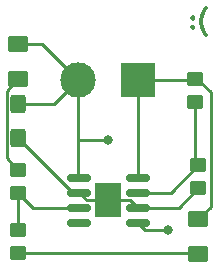
<source format=gbr>
%TF.GenerationSoftware,KiCad,Pcbnew,(6.0.10)*%
%TF.CreationDate,2023-02-16T14:38:27-08:00*%
%TF.ProjectId,lab4_ex2,6c616234-5f65-4783-922e-6b696361645f,rev?*%
%TF.SameCoordinates,Original*%
%TF.FileFunction,Copper,L1,Top*%
%TF.FilePolarity,Positive*%
%FSLAX46Y46*%
G04 Gerber Fmt 4.6, Leading zero omitted, Abs format (unit mm)*
G04 Created by KiCad (PCBNEW (6.0.10)) date 2023-02-16 14:38:27*
%MOMM*%
%LPD*%
G01*
G04 APERTURE LIST*
G04 Aperture macros list*
%AMRoundRect*
0 Rectangle with rounded corners*
0 $1 Rounding radius*
0 $2 $3 $4 $5 $6 $7 $8 $9 X,Y pos of 4 corners*
0 Add a 4 corners polygon primitive as box body*
4,1,4,$2,$3,$4,$5,$6,$7,$8,$9,$2,$3,0*
0 Add four circle primitives for the rounded corners*
1,1,$1+$1,$2,$3*
1,1,$1+$1,$4,$5*
1,1,$1+$1,$6,$7*
1,1,$1+$1,$8,$9*
0 Add four rect primitives between the rounded corners*
20,1,$1+$1,$2,$3,$4,$5,0*
20,1,$1+$1,$4,$5,$6,$7,0*
20,1,$1+$1,$6,$7,$8,$9,0*
20,1,$1+$1,$8,$9,$2,$3,0*%
G04 Aperture macros list end*
%ADD10C,0.300000*%
%TA.AperFunction,NonConductor*%
%ADD11C,0.300000*%
%TD*%
%TA.AperFunction,SMDPad,CuDef*%
%ADD12RoundRect,0.250000X-0.450000X0.350000X-0.450000X-0.350000X0.450000X-0.350000X0.450000X0.350000X0*%
%TD*%
%TA.AperFunction,SMDPad,CuDef*%
%ADD13RoundRect,0.250000X0.450000X-0.350000X0.450000X0.350000X-0.450000X0.350000X-0.450000X-0.350000X0*%
%TD*%
%TA.AperFunction,SMDPad,CuDef*%
%ADD14RoundRect,0.250000X0.425000X-0.537500X0.425000X0.537500X-0.425000X0.537500X-0.425000X-0.537500X0*%
%TD*%
%TA.AperFunction,SMDPad,CuDef*%
%ADD15RoundRect,0.250001X0.624999X-0.462499X0.624999X0.462499X-0.624999X0.462499X-0.624999X-0.462499X0*%
%TD*%
%TA.AperFunction,SMDPad,CuDef*%
%ADD16RoundRect,0.150000X-0.825000X-0.150000X0.825000X-0.150000X0.825000X0.150000X-0.825000X0.150000X0*%
%TD*%
%TA.AperFunction,SMDPad,CuDef*%
%ADD17R,2.290000X3.000000*%
%TD*%
%TA.AperFunction,ComponentPad*%
%ADD18R,3.000000X3.000000*%
%TD*%
%TA.AperFunction,ComponentPad*%
%ADD19C,3.000000*%
%TD*%
%TA.AperFunction,SMDPad,CuDef*%
%ADD20RoundRect,0.250001X-0.624999X0.462499X-0.624999X-0.462499X0.624999X-0.462499X0.624999X0.462499X0*%
%TD*%
%TA.AperFunction,ViaPad*%
%ADD21C,0.800000*%
%TD*%
%TA.AperFunction,Conductor*%
%ADD22C,0.250000*%
%TD*%
G04 APERTURE END LIST*
D10*
D11*
X154440000Y-89435714D02*
X154511428Y-89507142D01*
X154440000Y-89578571D01*
X154368571Y-89507142D01*
X154440000Y-89435714D01*
X154440000Y-89578571D01*
X154440000Y-88650000D02*
X154511428Y-88721428D01*
X154440000Y-88792857D01*
X154368571Y-88721428D01*
X154440000Y-88650000D01*
X154440000Y-88792857D01*
X155582857Y-90150000D02*
X155511428Y-90078571D01*
X155368571Y-89864285D01*
X155297142Y-89721428D01*
X155225714Y-89507142D01*
X155154285Y-89150000D01*
X155154285Y-88864285D01*
X155225714Y-88507142D01*
X155297142Y-88292857D01*
X155368571Y-88150000D01*
X155511428Y-87935714D01*
X155582857Y-87864285D01*
D12*
%TO.P,R2,1*%
%TO.N,Net-(R1-Pad2)*%
X154940000Y-101140000D03*
%TO.P,R2,2*%
%TO.N,/pin_2*%
X154940000Y-103140000D03*
%TD*%
D13*
%TO.P,R4,1*%
%TO.N,/pin_3*%
X139700000Y-103540000D03*
%TO.P,R4,2*%
%TO.N,Net-(D2-Pad2)*%
X139700000Y-101540000D03*
%TD*%
%TO.P,R3,1*%
%TO.N,Net-(D1-Pad1)*%
X139700000Y-108620000D03*
%TO.P,R3,2*%
%TO.N,/pin_3*%
X139700000Y-106620000D03*
%TD*%
D12*
%TO.P,R1,1*%
%TO.N,+9V*%
X154645000Y-93838808D03*
%TO.P,R1,2*%
%TO.N,Net-(R1-Pad2)*%
X154645000Y-95838808D03*
%TD*%
D14*
%TO.P,C1,1*%
%TO.N,/pin_2*%
X139700000Y-98897500D03*
%TO.P,C1,2*%
%TO.N,GND*%
X139700000Y-96022500D03*
%TD*%
D15*
%TO.P,D1,1,K*%
%TO.N,Net-(D1-Pad1)*%
X154940000Y-108707500D03*
%TO.P,D1,2,A*%
%TO.N,+9V*%
X154940000Y-105732500D03*
%TD*%
D16*
%TO.P,U1,1,GND*%
%TO.N,GND*%
X144845000Y-102235000D03*
%TO.P,U1,2,TR*%
%TO.N,/pin_2*%
X144845000Y-103505000D03*
%TO.P,U1,3,Q*%
%TO.N,/pin_3*%
X144845000Y-104775000D03*
%TO.P,U1,4,R*%
%TO.N,/9V*%
X144845000Y-106045000D03*
%TO.P,U1,5,CV*%
%TO.N,Net-(C2-Pad1)*%
X149795000Y-106045000D03*
%TO.P,U1,6,THR*%
%TO.N,/pin_2*%
X149795000Y-104775000D03*
%TO.P,U1,7,DIS*%
%TO.N,Net-(R1-Pad2)*%
X149795000Y-103505000D03*
%TO.P,U1,8,VCC*%
%TO.N,+9V*%
X149795000Y-102235000D03*
D17*
%TO.P,U1,9*%
%TO.N,/pin_2*%
X147320000Y-104140000D03*
%TD*%
D18*
%TO.P,J1,1,Pin_1*%
%TO.N,+9V*%
X149860000Y-93980000D03*
D19*
%TO.P,J1,2,Pin_2*%
%TO.N,GND*%
X144780000Y-93980000D03*
%TD*%
D20*
%TO.P,D2,1,K*%
%TO.N,GND*%
X139700000Y-90892500D03*
%TO.P,D2,2,A*%
%TO.N,Net-(D2-Pad2)*%
X139700000Y-93867500D03*
%TD*%
D21*
%TO.N,GND*%
X147320000Y-99060000D03*
%TO.N,Net-(C2-Pad1)*%
X152400000Y-106680000D03*
%TD*%
D22*
%TO.N,/pin_2*%
X154940000Y-103140000D02*
X153305000Y-104775000D01*
X149160000Y-104140000D02*
X149795000Y-104775000D01*
X144845000Y-103505000D02*
X145480000Y-104140000D01*
X144845000Y-103505000D02*
X144307500Y-103505000D01*
X153305000Y-104775000D02*
X149795000Y-104775000D01*
X147320000Y-104140000D02*
X149160000Y-104140000D01*
X144307500Y-103505000D02*
X139700000Y-98897500D01*
X145480000Y-104140000D02*
X147320000Y-104140000D01*
%TO.N,GND*%
X147320000Y-99060000D02*
X144780000Y-99060000D01*
X144780000Y-102170000D02*
X144845000Y-102235000D01*
X144780000Y-93980000D02*
X144780000Y-99060000D01*
X142737500Y-96022500D02*
X144780000Y-93980000D01*
X144780000Y-93980000D02*
X141692500Y-90892500D01*
X141692500Y-90892500D02*
X139700000Y-90892500D01*
X139700000Y-96022500D02*
X142737500Y-96022500D01*
X144780000Y-99060000D02*
X144780000Y-102170000D01*
%TO.N,Net-(C2-Pad1)*%
X150430000Y-106680000D02*
X152400000Y-106680000D01*
X149795000Y-106045000D02*
X150430000Y-106680000D01*
%TO.N,Net-(D1-Pad1)*%
X154852500Y-108620000D02*
X139700000Y-108620000D01*
X154940000Y-108707500D02*
X154852500Y-108620000D01*
%TO.N,+9V*%
X154940000Y-93980000D02*
X155965000Y-95005000D01*
X149860000Y-93980000D02*
X154940000Y-93980000D01*
X155965000Y-95005000D02*
X155965000Y-104707500D01*
X149860000Y-102170000D02*
X149795000Y-102235000D01*
X149860000Y-93980000D02*
X149860000Y-102170000D01*
X155965000Y-104707500D02*
X154940000Y-105732500D01*
%TO.N,Net-(D2-Pad2)*%
X138700000Y-94867500D02*
X138700000Y-100540000D01*
X138700000Y-100540000D02*
X139700000Y-101540000D01*
X139700000Y-93867500D02*
X138700000Y-94867500D01*
%TO.N,Net-(R1-Pad2)*%
X152575000Y-103505000D02*
X149795000Y-103505000D01*
X154645000Y-100845000D02*
X154940000Y-101140000D01*
X154940000Y-101140000D02*
X152575000Y-103505000D01*
X154645000Y-95838808D02*
X154645000Y-100845000D01*
%TO.N,/pin_3*%
X140935000Y-104775000D02*
X144845000Y-104775000D01*
X139700000Y-103540000D02*
X140935000Y-104775000D01*
X139700000Y-106620000D02*
X139700000Y-103540000D01*
%TD*%
M02*

</source>
